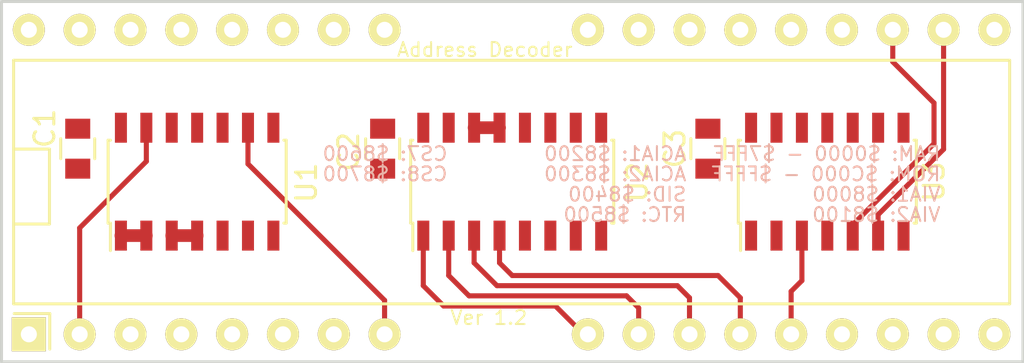
<source format=kicad_pcb>
(kicad_pcb (version 4) (host pcbnew 4.0.2-stable)

  (general
    (links 45)
    (no_connects 38)
    (area 128.956999 81.204999 180.161001 99.389001)
    (thickness 1.6)
    (drawings 16)
    (tracks 42)
    (zones 0)
    (modules 7)
    (nets 37)
  )

  (page A4)
  (layers
    (0 F.Cu signal)
    (1 In1.Cu signal hide)
    (2 In2.Cu signal hide)
    (31 B.Cu signal)
    (33 F.Adhes user)
    (35 F.Paste user)
    (36 B.SilkS user hide)
    (37 F.SilkS user)
    (38 B.Mask user)
    (39 F.Mask user)
    (40 Dwgs.User user)
    (41 Cmts.User user)
    (42 Eco1.User user)
    (43 Eco2.User user)
    (44 Edge.Cuts user)
    (45 Margin user)
    (47 F.CrtYd user)
    (49 F.Fab user)
  )

  (setup
    (last_trace_width 0.254)
    (user_trace_width 0.254)
    (user_trace_width 0.381)
    (user_trace_width 0.635)
    (user_trace_width 0.762)
    (user_trace_width 1.27)
    (trace_clearance 0.2)
    (zone_clearance 0.308)
    (zone_45_only no)
    (trace_min 0.2)
    (segment_width 0.2)
    (edge_width 0.15)
    (via_size 0.6)
    (via_drill 0.4)
    (via_min_size 0.4)
    (via_min_drill 0.3)
    (uvia_size 0.3)
    (uvia_drill 0.1)
    (uvias_allowed no)
    (uvia_min_size 0.2)
    (uvia_min_drill 0.1)
    (pcb_text_width 0.3)
    (pcb_text_size 1.5 1.5)
    (mod_edge_width 0.15)
    (mod_text_size 1 1)
    (mod_text_width 0.15)
    (pad_size 1.524 1.524)
    (pad_drill 0.762)
    (pad_to_mask_clearance 0.2)
    (aux_axis_origin 0 0)
    (visible_elements 7FFEFFFF)
    (pcbplotparams
      (layerselection 0x010f0_80000007)
      (usegerberextensions true)
      (excludeedgelayer true)
      (linewidth 0.100000)
      (plotframeref false)
      (viasonmask false)
      (mode 1)
      (useauxorigin false)
      (hpglpennumber 1)
      (hpglpenspeed 20)
      (hpglpendiameter 15)
      (hpglpenoverlay 2)
      (psnegative false)
      (psa4output false)
      (plotreference true)
      (plotvalue true)
      (plotinvisibletext false)
      (padsonsilk false)
      (subtractmaskfromsilk true)
      (outputformat 1)
      (mirror false)
      (drillshape 0)
      (scaleselection 1)
      (outputdirectory Gerbers/))
  )

  (net 0 "")
  (net 1 GND)
  (net 2 VCC)
  (net 3 "Net-(P1-Pad3)")
  (net 4 "Net-(P1-Pad4)")
  (net 5 "Net-(P1-Pad5)")
  (net 6 A8)
  (net 7 A9)
  (net 8 A10)
  (net 9 A13)
  (net 10 A14)
  (net 11 A15)
  (net 12 RW)
  (net 13 PHI2)
  (net 14 OE)
  (net 15 CS_VIA1)
  (net 16 CS_VIA2)
  (net 17 CS_ACIA1)
  (net 18 CS_ACIA2)
  (net 19 CS_SID)
  (net 20 CS_RTC)
  (net 21 CS7)
  (net 22 CS8)
  (net 23 WE)
  (net 24 ROM_CE)
  (net 25 "Net-(P1-Pad6)")
  (net 26 "Net-(P1-Pad7)")
  (net 27 A4)
  (net 28 A5)
  (net 29 A6)
  (net 30 A7)
  (net 31 A11)
  (net 32 A12)
  (net 33 RAM_CE)
  (net 34 CS_ROM)
  (net 35 IO_CE)
  (net 36 CS_RAM)

  (net_class Default "This is the default net class."
    (clearance 0.2)
    (trace_width 0.25)
    (via_dia 0.6)
    (via_drill 0.4)
    (uvia_dia 0.3)
    (uvia_drill 0.1)
    (add_net A10)
    (add_net A11)
    (add_net A12)
    (add_net A13)
    (add_net A14)
    (add_net A15)
    (add_net A4)
    (add_net A5)
    (add_net A6)
    (add_net A7)
    (add_net A8)
    (add_net A9)
    (add_net CS7)
    (add_net CS8)
    (add_net CS_ACIA1)
    (add_net CS_ACIA2)
    (add_net CS_RAM)
    (add_net CS_ROM)
    (add_net CS_RTC)
    (add_net CS_SID)
    (add_net CS_VIA1)
    (add_net CS_VIA2)
    (add_net GND)
    (add_net IO_CE)
    (add_net "Net-(P1-Pad3)")
    (add_net "Net-(P1-Pad4)")
    (add_net "Net-(P1-Pad5)")
    (add_net "Net-(P1-Pad6)")
    (add_net "Net-(P1-Pad7)")
    (add_net OE)
    (add_net PHI2)
    (add_net RAM_CE)
    (add_net ROM_CE)
    (add_net RW)
    (add_net VCC)
    (add_net WE)
  )

  (module decoder_footprint (layer F.Cu) (tedit 574B018E) (tstamp 573E3279)
    (at 130.429 97.917)
    (descr "Support TEXTOOL Dil 40 pins, pads ronds, e=600 mils")
    (tags DEV)
    (path /56E61EEE)
    (fp_text reference P1 (at 15.6464 -6.731) (layer F.SilkS) hide
      (effects (font (size 1 1) (thickness 0.15)))
    )
    (fp_text value CONN_02X20_DIP40 (at 24.1 -7.6) (layer F.Fab)
      (effects (font (size 1 1) (thickness 0.15)))
    )
    (fp_line (start 1.016 0.762) (end 1.016 -1.016) (layer F.SilkS) (width 0.15))
    (fp_line (start 1.016 -1.016) (end -0.762 -1.016) (layer F.SilkS) (width 0.15))
    (fp_line (start -0.75 -9.25) (end 1 -9.25) (layer F.SilkS) (width 0.15))
    (fp_line (start 1 -9.25) (end 1 -5.5) (layer F.SilkS) (width 0.15))
    (fp_line (start 1 -5.5) (end -0.75 -5.5) (layer F.SilkS) (width 0.15))
    (fp_line (start -0.792 -13.696) (end 48.992 -13.696) (layer F.SilkS) (width 0.15))
    (fp_line (start 48.992 -13.696) (end 48.992 -1.504) (layer F.SilkS) (width 0.15))
    (fp_line (start 48.992 -1.504) (end -0.792 -1.504) (layer F.SilkS) (width 0.15))
    (fp_line (start -0.792 -1.504) (end -0.792 -13.696) (layer F.SilkS) (width 0.15))
    (pad 1 thru_hole rect (at -0.03 0.02) (size 1.7 1.7) (drill 0.8) (layers *.Cu *.Mask F.SilkS)
      (net 2 VCC))
    (pad 2 thru_hole circle (at 2.51 0.02) (size 1.6 1.6) (drill 0.8) (layers *.Cu *.Mask F.SilkS)
      (net 13 PHI2))
    (pad 3 thru_hole circle (at 5.05 0.02) (size 1.6 1.6) (drill 0.8) (layers *.Cu *.Mask F.SilkS)
      (net 3 "Net-(P1-Pad3)"))
    (pad 4 thru_hole circle (at 7.59 0.02) (size 1.6 1.6) (drill 0.8) (layers *.Cu *.Mask F.SilkS)
      (net 4 "Net-(P1-Pad4)"))
    (pad 5 thru_hole circle (at 10.13 0.02) (size 1.6 1.6) (drill 0.8) (layers *.Cu *.Mask F.SilkS)
      (net 5 "Net-(P1-Pad5)"))
    (pad 6 thru_hole circle (at 12.67 0.02) (size 1.6 1.6) (drill 0.8) (layers *.Cu *.Mask F.SilkS)
      (net 25 "Net-(P1-Pad6)"))
    (pad 7 thru_hole circle (at 15.21 0.02) (size 1.6 1.6) (drill 0.8) (layers *.Cu *.Mask F.SilkS)
      (net 26 "Net-(P1-Pad7)"))
    (pad 8 thru_hole circle (at 17.75 0.02) (size 1.6 1.6) (drill 0.8) (layers *.Cu *.Mask F.SilkS)
      (net 12 RW))
    (pad 12 thru_hole circle (at 27.91 0.02) (size 1.6 1.6) (drill 0.8) (layers *.Cu *.Mask F.SilkS)
      (net 27 A4))
    (pad 13 thru_hole circle (at 30.45 0.02) (size 1.6 1.6) (drill 0.8) (layers *.Cu *.Mask F.SilkS)
      (net 28 A5))
    (pad 14 thru_hole circle (at 32.99 0.02) (size 1.6 1.6) (drill 0.8) (layers *.Cu *.Mask F.SilkS)
      (net 29 A6))
    (pad 15 thru_hole circle (at 35.53 0.02) (size 1.6 1.6) (drill 0.8) (layers *.Cu *.Mask F.SilkS)
      (net 30 A7))
    (pad 16 thru_hole circle (at 38.07 0.02) (size 1.6 1.6) (drill 0.8) (layers *.Cu *.Mask F.SilkS)
      (net 6 A8))
    (pad 17 thru_hole circle (at 40.61 0.02) (size 1.6 1.6) (drill 0.8) (layers *.Cu *.Mask F.SilkS)
      (net 7 A9))
    (pad 18 thru_hole circle (at 43.15 0.02) (size 1.6 1.6) (drill 0.8) (layers *.Cu *.Mask F.SilkS)
      (net 8 A10))
    (pad 19 thru_hole circle (at 45.69 0.02) (size 1.6 1.6) (drill 0.8) (layers *.Cu *.Mask F.SilkS)
      (net 31 A11))
    (pad 20 thru_hole circle (at 48.23 0.02) (size 1.6 1.6) (drill 0.8) (layers *.Cu *.Mask F.SilkS)
      (net 1 GND))
    (pad 21 thru_hole circle (at 48.23 -15.22) (size 1.6 1.6) (drill 0.8) (layers *.Cu *.Mask F.SilkS)
      (net 2 VCC))
    (pad 22 thru_hole circle (at 45.69 -15.22) (size 1.6 1.6) (drill 0.8) (layers *.Cu *.Mask F.SilkS)
      (net 32 A12))
    (pad 23 thru_hole circle (at 43.15 -15.22) (size 1.6 1.6) (drill 0.8) (layers *.Cu *.Mask F.SilkS)
      (net 9 A13))
    (pad 24 thru_hole circle (at 40.61 -15.22) (size 1.6 1.6) (drill 0.8) (layers *.Cu *.Mask F.SilkS)
      (net 10 A14))
    (pad 25 thru_hole circle (at 38.07 -15.22) (size 1.6 1.6) (drill 0.8) (layers *.Cu *.Mask F.SilkS)
      (net 11 A15))
    (pad 26 thru_hole circle (at 35.53 -15.22) (size 1.6 1.6) (drill 0.8) (layers *.Cu *.Mask F.SilkS)
      (net 33 RAM_CE))
    (pad 27 thru_hole circle (at 32.99 -15.22) (size 1.6 1.6) (drill 0.8) (layers *.Cu *.Mask F.SilkS)
      (net 24 ROM_CE))
    (pad 28 thru_hole circle (at 30.45 -15.22) (size 1.6 1.6) (drill 0.8) (layers *.Cu *.Mask F.SilkS)
      (net 23 WE))
    (pad 29 thru_hole circle (at 27.91 -15.22) (size 1.6 1.6) (drill 0.8) (layers *.Cu *.Mask F.SilkS)
      (net 14 OE))
    (pad 33 thru_hole circle (at 17.75 -15.22) (size 1.6 1.6) (drill 0.8) (layers *.Cu *.Mask F.SilkS)
      (net 17 CS_ACIA1))
    (pad 34 thru_hole circle (at 15.21 -15.22) (size 1.6 1.6) (drill 0.8) (layers *.Cu *.Mask F.SilkS)
      (net 18 CS_ACIA2))
    (pad 35 thru_hole circle (at 12.67 -15.22) (size 1.6 1.6) (drill 0.8) (layers *.Cu *.Mask F.SilkS)
      (net 15 CS_VIA1))
    (pad 36 thru_hole circle (at 10.13 -15.22) (size 1.6 1.6) (drill 0.8) (layers *.Cu *.Mask F.SilkS)
      (net 16 CS_VIA2))
    (pad 37 thru_hole circle (at 7.59 -15.22) (size 1.6 1.6) (drill 0.8) (layers *.Cu *.Mask F.SilkS)
      (net 19 CS_SID))
    (pad 38 thru_hole circle (at 5.05 -15.22) (size 1.6 1.6) (drill 0.8) (layers *.Cu *.Mask F.SilkS)
      (net 20 CS_RTC))
    (pad 39 thru_hole circle (at 2.51 -15.22) (size 1.6 1.6) (drill 0.8) (layers *.Cu *.Mask F.SilkS)
      (net 21 CS7))
    (pad 40 thru_hole circle (at -0.03 -15.22) (size 1.6 1.6) (drill 0.8) (layers *.Cu *.Mask F.SilkS)
      (net 22 CS8))
    (model Pin_Headers.3dshapes/Pin_Header_Straight_1x08.wrl
      (at (xyz 0.35 0.6 -0.06900000000000001))
      (scale (xyz 1 1 1))
      (rotate (xyz 180 0 0))
    )
    (model Pin_Headers.3dshapes/Pin_Header_Straight_1x08.wrl
      (at (xyz 0.35 0 -0.06900000000000001))
      (scale (xyz 1 1 1))
      (rotate (xyz 180 0 0))
    )
    (model Pin_Headers.3dshapes/Pin_Header_Straight_1x09.wrl
      (at (xyz 1.5 0.6 -0.06900000000000001))
      (scale (xyz 1 1 1))
      (rotate (xyz 180 0 0))
    )
    (model Pin_Headers.3dshapes/Pin_Header_Straight_1x09.wrl
      (at (xyz 1.5 0 -0.06900000000000001))
      (scale (xyz 1 1 1))
      (rotate (xyz 180 0 0))
    )
  )

  (module Capacitors_SMD:C_0805 (layer F.Cu) (tedit 574BCCA0) (tstamp 574A6456)
    (at 132.842 88.646 90)
    (descr "Capacitor SMD 0805, reflow soldering, AVX (see smccp.pdf)")
    (tags "capacitor 0805")
    (path /56E60E2C)
    (attr smd)
    (fp_text reference C1 (at 1.016 -1.651 90) (layer F.SilkS)
      (effects (font (size 1 1) (thickness 0.15)))
    )
    (fp_text value .1uf (at 0 2.1 90) (layer F.Fab)
      (effects (font (size 1 1) (thickness 0.15)))
    )
    (fp_line (start -1.8 -1) (end 1.8 -1) (layer F.CrtYd) (width 0.05))
    (fp_line (start -1.8 1) (end 1.8 1) (layer F.CrtYd) (width 0.05))
    (fp_line (start -1.8 -1) (end -1.8 1) (layer F.CrtYd) (width 0.05))
    (fp_line (start 1.8 -1) (end 1.8 1) (layer F.CrtYd) (width 0.05))
    (fp_line (start 0.5 -0.85) (end -0.5 -0.85) (layer F.SilkS) (width 0.15))
    (fp_line (start -0.5 0.85) (end 0.5 0.85) (layer F.SilkS) (width 0.15))
    (pad 1 smd rect (at -1 0 90) (size 1 1.25) (layers F.Cu F.Paste F.Mask)
      (net 1 GND))
    (pad 2 smd rect (at 1 0 90) (size 1 1.25) (layers F.Cu F.Paste F.Mask)
      (net 2 VCC))
    (model Capacitors_SMD.3dshapes/C_0805.wrl
      (at (xyz 0 0 0))
      (scale (xyz 1 1 1))
      (rotate (xyz 0 0 0))
    )
  )

  (module Capacitors_SMD:C_0805 (layer F.Cu) (tedit 574B026F) (tstamp 574A645C)
    (at 148.082 88.646 270)
    (descr "Capacitor SMD 0805, reflow soldering, AVX (see smccp.pdf)")
    (tags "capacitor 0805")
    (path /56E631A3)
    (attr smd)
    (fp_text reference C2 (at 0.1524 1.7018 270) (layer F.SilkS)
      (effects (font (size 1 1) (thickness 0.15)))
    )
    (fp_text value .1uf (at 0 2.1 270) (layer F.Fab)
      (effects (font (size 1 1) (thickness 0.15)))
    )
    (fp_line (start -1.8 -1) (end 1.8 -1) (layer F.CrtYd) (width 0.05))
    (fp_line (start -1.8 1) (end 1.8 1) (layer F.CrtYd) (width 0.05))
    (fp_line (start -1.8 -1) (end -1.8 1) (layer F.CrtYd) (width 0.05))
    (fp_line (start 1.8 -1) (end 1.8 1) (layer F.CrtYd) (width 0.05))
    (fp_line (start 0.5 -0.85) (end -0.5 -0.85) (layer F.SilkS) (width 0.15))
    (fp_line (start -0.5 0.85) (end 0.5 0.85) (layer F.SilkS) (width 0.15))
    (pad 1 smd rect (at -1 0 270) (size 1 1.25) (layers F.Cu F.Paste F.Mask)
      (net 2 VCC))
    (pad 2 smd rect (at 1 0 270) (size 1 1.25) (layers F.Cu F.Paste F.Mask)
      (net 1 GND))
    (model Capacitors_SMD.3dshapes/C_0805.wrl
      (at (xyz 0 0 0))
      (scale (xyz 1 1 1))
      (rotate (xyz 0 0 0))
    )
  )

  (module Capacitors_SMD:C_0805 (layer F.Cu) (tedit 574BCD2F) (tstamp 574A6462)
    (at 164.338 88.646 90)
    (descr "Capacitor SMD 0805, reflow soldering, AVX (see smccp.pdf)")
    (tags "capacitor 0805")
    (path /574A6E38)
    (attr smd)
    (fp_text reference C3 (at 0 -1.651 90) (layer F.SilkS)
      (effects (font (size 1 1) (thickness 0.15)))
    )
    (fp_text value .1uf (at 0 2.1 90) (layer F.Fab)
      (effects (font (size 1 1) (thickness 0.15)))
    )
    (fp_line (start -1.8 -1) (end 1.8 -1) (layer F.CrtYd) (width 0.05))
    (fp_line (start -1.8 1) (end 1.8 1) (layer F.CrtYd) (width 0.05))
    (fp_line (start -1.8 -1) (end -1.8 1) (layer F.CrtYd) (width 0.05))
    (fp_line (start 1.8 -1) (end 1.8 1) (layer F.CrtYd) (width 0.05))
    (fp_line (start 0.5 -0.85) (end -0.5 -0.85) (layer F.SilkS) (width 0.15))
    (fp_line (start -0.5 0.85) (end 0.5 0.85) (layer F.SilkS) (width 0.15))
    (pad 1 smd rect (at -1 0 90) (size 1 1.25) (layers F.Cu F.Paste F.Mask)
      (net 1 GND))
    (pad 2 smd rect (at 1 0 90) (size 1 1.25) (layers F.Cu F.Paste F.Mask)
      (net 2 VCC))
    (model Capacitors_SMD.3dshapes/C_0805.wrl
      (at (xyz 0 0 0))
      (scale (xyz 1 1 1))
      (rotate (xyz 0 0 0))
    )
  )

  (module Housings_SOIC:SOIC-14_3.9x8.7mm_Pitch1.27mm (layer F.Cu) (tedit 574B022B) (tstamp 574AF7EF)
    (at 138.811 90.297 90)
    (descr "14-Lead Plastic Small Outline (SL) - Narrow, 3.90 mm Body [SOIC] (see Microchip Packaging Specification 00000049BS.pdf)")
    (tags "SOIC 1.27")
    (path /56E5DDF2)
    (attr smd)
    (fp_text reference U1 (at -0.0508 5.461 90) (layer F.SilkS)
      (effects (font (size 1 1) (thickness 0.15)))
    )
    (fp_text value 74LS00 (at 0 5.375 90) (layer F.Fab)
      (effects (font (size 1 1) (thickness 0.15)))
    )
    (fp_line (start -3.7 -4.65) (end -3.7 4.65) (layer F.CrtYd) (width 0.05))
    (fp_line (start 3.7 -4.65) (end 3.7 4.65) (layer F.CrtYd) (width 0.05))
    (fp_line (start -3.7 -4.65) (end 3.7 -4.65) (layer F.CrtYd) (width 0.05))
    (fp_line (start -3.7 4.65) (end 3.7 4.65) (layer F.CrtYd) (width 0.05))
    (fp_line (start -2.075 -4.45) (end -2.075 -4.335) (layer F.SilkS) (width 0.15))
    (fp_line (start 2.075 -4.45) (end 2.075 -4.335) (layer F.SilkS) (width 0.15))
    (fp_line (start 2.075 4.45) (end 2.075 4.335) (layer F.SilkS) (width 0.15))
    (fp_line (start -2.075 4.45) (end -2.075 4.335) (layer F.SilkS) (width 0.15))
    (fp_line (start -2.075 -4.45) (end 2.075 -4.45) (layer F.SilkS) (width 0.15))
    (fp_line (start -2.075 4.45) (end 2.075 4.45) (layer F.SilkS) (width 0.15))
    (fp_line (start -2.075 -4.335) (end -3.45 -4.335) (layer F.SilkS) (width 0.15))
    (pad 1 smd rect (at -2.7 -3.81 90) (size 1.5 0.6) (layers F.Cu F.Paste F.Mask)
      (net 11 A15))
    (pad 2 smd rect (at -2.7 -2.54 90) (size 1.5 0.6) (layers F.Cu F.Paste F.Mask)
      (net 11 A15))
    (pad 3 smd rect (at -2.7 -1.27 90) (size 1.5 0.6) (layers F.Cu F.Paste F.Mask)
      (net 34 CS_ROM))
    (pad 4 smd rect (at -2.7 0 90) (size 1.5 0.6) (layers F.Cu F.Paste F.Mask)
      (net 34 CS_ROM))
    (pad 5 smd rect (at -2.7 1.27 90) (size 1.5 0.6) (layers F.Cu F.Paste F.Mask)
      (net 35 IO_CE))
    (pad 6 smd rect (at -2.7 2.54 90) (size 1.5 0.6) (layers F.Cu F.Paste F.Mask)
      (net 36 CS_RAM))
    (pad 7 smd rect (at -2.7 3.81 90) (size 1.5 0.6) (layers F.Cu F.Paste F.Mask)
      (net 1 GND))
    (pad 8 smd rect (at 2.7 3.81 90) (size 1.5 0.6) (layers F.Cu F.Paste F.Mask)
      (net 14 OE))
    (pad 9 smd rect (at 2.7 2.54 90) (size 1.5 0.6) (layers F.Cu F.Paste F.Mask)
      (net 12 RW))
    (pad 10 smd rect (at 2.7 1.27 90) (size 1.5 0.6) (layers F.Cu F.Paste F.Mask)
      (net 12 RW))
    (pad 11 smd rect (at 2.7 0 90) (size 1.5 0.6) (layers F.Cu F.Paste F.Mask)
      (net 23 WE))
    (pad 12 smd rect (at 2.7 -1.27 90) (size 1.5 0.6) (layers F.Cu F.Paste F.Mask)
      (net 14 OE))
    (pad 13 smd rect (at 2.7 -2.54 90) (size 1.5 0.6) (layers F.Cu F.Paste F.Mask)
      (net 13 PHI2))
    (pad 14 smd rect (at 2.7 -3.81 90) (size 1.5 0.6) (layers F.Cu F.Paste F.Mask)
      (net 2 VCC))
    (model Housings_SOIC.3dshapes/SOIC-14_3.9x8.7mm_Pitch1.27mm.wrl
      (at (xyz 0 0 0))
      (scale (xyz 1 1 1))
      (rotate (xyz 0 0 0))
    )
  )

  (module Housings_SOIC:SOIC-16_3.9x9.9mm_Pitch1.27mm (layer F.Cu) (tedit 574B024A) (tstamp 574AF803)
    (at 154.559 90.297 90)
    (descr "16-Lead Plastic Small Outline (SL) - Narrow, 3.90 mm Body [SOIC] (see Microchip Packaging Specification 00000049BS.pdf)")
    (tags "SOIC 1.27")
    (path /56E5FBCE)
    (attr smd)
    (fp_text reference U2 (at -0.0254 6.2484 90) (layer F.SilkS)
      (effects (font (size 1 1) (thickness 0.15)))
    )
    (fp_text value 74LS138N (at 0 6 90) (layer F.Fab)
      (effects (font (size 1 1) (thickness 0.15)))
    )
    (fp_line (start -3.7 -5.25) (end -3.7 5.25) (layer F.CrtYd) (width 0.05))
    (fp_line (start 3.7 -5.25) (end 3.7 5.25) (layer F.CrtYd) (width 0.05))
    (fp_line (start -3.7 -5.25) (end 3.7 -5.25) (layer F.CrtYd) (width 0.05))
    (fp_line (start -3.7 5.25) (end 3.7 5.25) (layer F.CrtYd) (width 0.05))
    (fp_line (start -2.075 -5.075) (end -2.075 -4.97) (layer F.SilkS) (width 0.15))
    (fp_line (start 2.075 -5.075) (end 2.075 -4.97) (layer F.SilkS) (width 0.15))
    (fp_line (start 2.075 5.075) (end 2.075 4.97) (layer F.SilkS) (width 0.15))
    (fp_line (start -2.075 5.075) (end -2.075 4.97) (layer F.SilkS) (width 0.15))
    (fp_line (start -2.075 -5.075) (end 2.075 -5.075) (layer F.SilkS) (width 0.15))
    (fp_line (start -2.075 5.075) (end 2.075 5.075) (layer F.SilkS) (width 0.15))
    (fp_line (start -2.075 -4.97) (end -3.45 -4.97) (layer F.SilkS) (width 0.15))
    (pad 1 smd rect (at -2.7 -4.445 90) (size 1.5 0.6) (layers F.Cu F.Paste F.Mask)
      (net 27 A4))
    (pad 2 smd rect (at -2.7 -3.175 90) (size 1.5 0.6) (layers F.Cu F.Paste F.Mask)
      (net 28 A5))
    (pad 3 smd rect (at -2.7 -1.905 90) (size 1.5 0.6) (layers F.Cu F.Paste F.Mask)
      (net 29 A6))
    (pad 4 smd rect (at -2.7 -0.635 90) (size 1.5 0.6) (layers F.Cu F.Paste F.Mask)
      (net 30 A7))
    (pad 5 smd rect (at -2.7 0.635 90) (size 1.5 0.6) (layers F.Cu F.Paste F.Mask)
      (net 35 IO_CE))
    (pad 6 smd rect (at -2.7 1.905 90) (size 1.5 0.6) (layers F.Cu F.Paste F.Mask)
      (net 2 VCC))
    (pad 7 smd rect (at -2.7 3.175 90) (size 1.5 0.6) (layers F.Cu F.Paste F.Mask)
      (net 17 CS_ACIA1))
    (pad 8 smd rect (at -2.7 4.445 90) (size 1.5 0.6) (layers F.Cu F.Paste F.Mask)
      (net 1 GND))
    (pad 9 smd rect (at 2.7 4.445 90) (size 1.5 0.6) (layers F.Cu F.Paste F.Mask)
      (net 18 CS_ACIA2))
    (pad 10 smd rect (at 2.7 3.175 90) (size 1.5 0.6) (layers F.Cu F.Paste F.Mask)
      (net 15 CS_VIA1))
    (pad 11 smd rect (at 2.7 1.905 90) (size 1.5 0.6) (layers F.Cu F.Paste F.Mask)
      (net 16 CS_VIA2))
    (pad 12 smd rect (at 2.7 0.635 90) (size 1.5 0.6) (layers F.Cu F.Paste F.Mask)
      (net 20 CS_RTC))
    (pad 13 smd rect (at 2.7 -0.635 90) (size 1.5 0.6) (layers F.Cu F.Paste F.Mask)
      (net 19 CS_SID))
    (pad 14 smd rect (at 2.7 -1.905 90) (size 1.5 0.6) (layers F.Cu F.Paste F.Mask)
      (net 19 CS_SID))
    (pad 15 smd rect (at 2.7 -3.175 90) (size 1.5 0.6) (layers F.Cu F.Paste F.Mask)
      (net 22 CS8))
    (pad 16 smd rect (at 2.7 -4.445 90) (size 1.5 0.6) (layers F.Cu F.Paste F.Mask)
      (net 2 VCC))
    (model Housings_SOIC.3dshapes/SOIC-16_3.9x9.9mm_Pitch1.27mm.wrl
      (at (xyz 0 0 0))
      (scale (xyz 1 1 1))
      (rotate (xyz 0 0 0))
    )
  )

  (module Housings_SOIC:SOIC-14_3.9x8.7mm_Pitch1.27mm (layer F.Cu) (tedit 574B027C) (tstamp 574AF815)
    (at 170.307 90.297 90)
    (descr "14-Lead Plastic Small Outline (SL) - Narrow, 3.90 mm Body [SOIC] (see Microchip Packaging Specification 00000049BS.pdf)")
    (tags "SOIC 1.27")
    (path /574905F6)
    (attr smd)
    (fp_text reference U3 (at 0 5.334 90) (layer F.SilkS)
      (effects (font (size 1 1) (thickness 0.15)))
    )
    (fp_text value 74LS30 (at 0 5.375 90) (layer F.Fab)
      (effects (font (size 1 1) (thickness 0.15)))
    )
    (fp_line (start -3.7 -4.65) (end -3.7 4.65) (layer F.CrtYd) (width 0.05))
    (fp_line (start 3.7 -4.65) (end 3.7 4.65) (layer F.CrtYd) (width 0.05))
    (fp_line (start -3.7 -4.65) (end 3.7 -4.65) (layer F.CrtYd) (width 0.05))
    (fp_line (start -3.7 4.65) (end 3.7 4.65) (layer F.CrtYd) (width 0.05))
    (fp_line (start -2.075 -4.45) (end -2.075 -4.335) (layer F.SilkS) (width 0.15))
    (fp_line (start 2.075 -4.45) (end 2.075 -4.335) (layer F.SilkS) (width 0.15))
    (fp_line (start 2.075 4.45) (end 2.075 4.335) (layer F.SilkS) (width 0.15))
    (fp_line (start -2.075 4.45) (end -2.075 4.335) (layer F.SilkS) (width 0.15))
    (fp_line (start -2.075 -4.45) (end 2.075 -4.45) (layer F.SilkS) (width 0.15))
    (fp_line (start -2.075 4.45) (end 2.075 4.45) (layer F.SilkS) (width 0.15))
    (fp_line (start -2.075 -4.335) (end -3.45 -4.335) (layer F.SilkS) (width 0.15))
    (pad 1 smd rect (at -2.7 -3.81 90) (size 1.5 0.6) (layers F.Cu F.Paste F.Mask)
      (net 34 CS_ROM))
    (pad 2 smd rect (at -2.7 -2.54 90) (size 1.5 0.6) (layers F.Cu F.Paste F.Mask)
      (net 31 A11))
    (pad 3 smd rect (at -2.7 -1.27 90) (size 1.5 0.6) (layers F.Cu F.Paste F.Mask)
      (net 6 A8))
    (pad 4 smd rect (at -2.7 0 90) (size 1.5 0.6) (layers F.Cu F.Paste F.Mask)
      (net 10 A14))
    (pad 5 smd rect (at -2.7 1.27 90) (size 1.5 0.6) (layers F.Cu F.Paste F.Mask)
      (net 9 A13))
    (pad 6 smd rect (at -2.7 2.54 90) (size 1.5 0.6) (layers F.Cu F.Paste F.Mask)
      (net 32 A12))
    (pad 7 smd rect (at -2.7 3.81 90) (size 1.5 0.6) (layers F.Cu F.Paste F.Mask)
      (net 1 GND))
    (pad 8 smd rect (at 2.7 3.81 90) (size 1.5 0.6) (layers F.Cu F.Paste F.Mask)
      (net 35 IO_CE))
    (pad 9 smd rect (at 2.7 2.54 90) (size 1.5 0.6) (layers F.Cu F.Paste F.Mask))
    (pad 10 smd rect (at 2.7 1.27 90) (size 1.5 0.6) (layers F.Cu F.Paste F.Mask))
    (pad 11 smd rect (at 2.7 0 90) (size 1.5 0.6) (layers F.Cu F.Paste F.Mask)
      (net 7 A9))
    (pad 12 smd rect (at 2.7 -1.27 90) (size 1.5 0.6) (layers F.Cu F.Paste F.Mask)
      (net 8 A10))
    (pad 13 smd rect (at 2.7 -2.54 90) (size 1.5 0.6) (layers F.Cu F.Paste F.Mask))
    (pad 14 smd rect (at 2.7 -3.81 90) (size 1.5 0.6) (layers F.Cu F.Paste F.Mask)
      (net 2 VCC))
    (model Housings_SOIC.3dshapes/SOIC-14_3.9x8.7mm_Pitch1.27mm.wrl
      (at (xyz 0 0 0))
      (scale (xyz 1 1 1))
      (rotate (xyz 0 0 0))
    )
  )

  (gr_text "Ver 1.2" (at 153.3906 97.1042) (layer F.SilkS)
    (effects (font (size 0.7 0.7) (thickness 0.1)))
  )
  (gr_text "Address Decoder" (at 153.1874 83.693) (layer F.SilkS)
    (effects (font (size 0.7 0.7) (thickness 0.1)))
  )
  (gr_text "CS8: $8700" (at 151.384 89.916) (layer B.SilkS)
    (effects (font (size 0.7 0.7) (thickness 0.1)) (justify left mirror))
  )
  (gr_text "CS7: $8600" (at 151.384 88.9) (layer B.SilkS)
    (effects (font (size 0.7 0.7) (thickness 0.1)) (justify left mirror))
  )
  (gr_text "RTC: $8500" (at 163.322 91.948) (layer B.SilkS)
    (effects (font (size 0.7 0.7) (thickness 0.1)) (justify left mirror))
  )
  (gr_text "SID: $8400" (at 163.322 90.932) (layer B.SilkS)
    (effects (font (size 0.7 0.7) (thickness 0.1)) (justify left mirror))
  )
  (gr_text "ACIA2: $8300" (at 163.322 89.916) (layer B.SilkS)
    (effects (font (size 0.7 0.7) (thickness 0.1)) (justify left mirror))
  )
  (gr_text "ACIA1: $8200" (at 163.322 88.9) (layer B.SilkS)
    (effects (font (size 0.7 0.7) (thickness 0.1)) (justify left mirror))
  )
  (gr_text "VIA2: $8100" (at 176.022 91.948) (layer B.SilkS)
    (effects (font (size 0.7 0.7) (thickness 0.1)) (justify left mirror))
  )
  (gr_text "VIA1: $8000" (at 176.022 90.932) (layer B.SilkS)
    (effects (font (size 0.7 0.7) (thickness 0.1)) (justify left mirror))
  )
  (gr_text "ROM: $C000 - $FFFF" (at 176.022 89.916) (layer B.SilkS)
    (effects (font (size 0.7 0.7) (thickness 0.1)) (justify left mirror))
  )
  (gr_text "RAM: $0000 - $7FFF\n" (at 176.022 88.9) (layer B.SilkS)
    (effects (font (size 0.7 0.7) (thickness 0.1)) (justify left mirror))
  )
  (gr_line (start 129.032 99.314) (end 129.032 81.28) (angle 90) (layer Edge.Cuts) (width 0.15))
  (gr_line (start 180.086 99.314) (end 129.032 99.314) (angle 90) (layer Edge.Cuts) (width 0.15))
  (gr_line (start 180.086 81.28) (end 180.086 99.314) (angle 90) (layer Edge.Cuts) (width 0.15))
  (gr_line (start 129.032 81.28) (end 180.086 81.28) (angle 90) (layer Edge.Cuts) (width 0.15))

  (segment (start 169.037 95.25) (end 168.499 95.788) (width 0.254) (layer F.Cu) (net 6))
  (segment (start 168.499 95.788) (end 168.499 97.937) (width 0.254) (layer F.Cu) (net 6))
  (segment (start 169.037 92.997) (end 169.037 95.25) (width 0.254) (layer F.Cu) (net 6))
  (segment (start 175.641 86.36) (end 173.579 84.298) (width 0.254) (layer F.Cu) (net 9))
  (segment (start 173.579 84.298) (end 173.579 82.697) (width 0.254) (layer F.Cu) (net 9))
  (segment (start 175.641 88.392) (end 175.641 86.36) (width 0.254) (layer F.Cu) (net 9))
  (segment (start 171.577 92.456) (end 175.641 88.392) (width 0.254) (layer F.Cu) (net 9))
  (segment (start 171.577 92.997) (end 171.577 92.456) (width 0.254) (layer F.Cu) (net 9))
  (segment (start 135.001 92.997) (end 136.271 92.997) (width 0.635) (layer F.Cu) (net 11) (status C00000))
  (segment (start 141.351 87.597) (end 141.351 89.408) (width 0.254) (layer F.Cu) (net 12) (status 400000))
  (segment (start 148.179 96.236) (end 148.179 97.937) (width 0.254) (layer F.Cu) (net 12) (tstamp 574BD22E) (status 800000))
  (segment (start 141.351 89.408) (end 148.179 96.236) (width 0.254) (layer F.Cu) (net 12) (tstamp 574BD220))
  (segment (start 132.939 97.937) (end 132.939 92.613) (width 0.254) (layer F.Cu) (net 13) (status 400000))
  (segment (start 136.271 89.281) (end 136.271 87.597) (width 0.254) (layer F.Cu) (net 13) (tstamp 574BD1ED) (status 800000))
  (segment (start 132.939 92.613) (end 136.271 89.281) (width 0.254) (layer F.Cu) (net 13) (tstamp 574BD1DF))
  (segment (start 132.939 97.937) (end 132.939 97.312) (width 0.254) (layer B.Cu) (net 13))
  (segment (start 140.559 82.697) (end 140.442 82.697) (width 0.254) (layer B.Cu) (net 16))
  (segment (start 152.654 87.597) (end 153.924 87.597) (width 0.635) (layer F.Cu) (net 19) (status C00000))
  (segment (start 158.339 97.937) (end 158.135 97.937) (width 0.254) (layer F.Cu) (net 27) (status C00000))
  (segment (start 158.135 97.937) (end 156.718 96.52) (width 0.254) (layer F.Cu) (net 27) (tstamp 574BD2E3) (status 400000))
  (segment (start 156.718 96.52) (end 151.13 96.52) (width 0.254) (layer F.Cu) (net 27) (tstamp 574BD2E7))
  (segment (start 151.13 96.52) (end 150.114 95.504) (width 0.254) (layer F.Cu) (net 27) (tstamp 574BD2F0))
  (segment (start 150.114 95.504) (end 150.114 92.997) (width 0.254) (layer F.Cu) (net 27) (tstamp 574BD2F6) (status 800000))
  (segment (start 160.274 96.012) (end 160.879 96.617) (width 0.254) (layer F.Cu) (net 28))
  (segment (start 160.879 96.617) (end 160.879 97.937) (width 0.254) (layer F.Cu) (net 28))
  (segment (start 152.4 96.012) (end 160.274 96.012) (width 0.254) (layer F.Cu) (net 28))
  (segment (start 151.384 94.996) (end 152.4 96.012) (width 0.254) (layer F.Cu) (net 28))
  (segment (start 151.384 92.997) (end 151.384 94.996) (width 0.254) (layer F.Cu) (net 28))
  (segment (start 162.814 95.504) (end 163.419 96.109) (width 0.254) (layer F.Cu) (net 29))
  (segment (start 163.419 96.109) (end 163.419 97.937) (width 0.254) (layer F.Cu) (net 29))
  (segment (start 153.797 95.504) (end 162.814 95.504) (width 0.254) (layer F.Cu) (net 29))
  (segment (start 152.654 94.361) (end 153.797 95.504) (width 0.254) (layer F.Cu) (net 29))
  (segment (start 152.654 92.997) (end 152.654 94.361) (width 0.254) (layer F.Cu) (net 29))
  (segment (start 164.846 94.996) (end 165.959 96.109) (width 0.254) (layer F.Cu) (net 30))
  (segment (start 165.959 96.109) (end 165.959 97.937) (width 0.254) (layer F.Cu) (net 30))
  (segment (start 154.559 94.996) (end 164.846 94.996) (width 0.254) (layer F.Cu) (net 30))
  (segment (start 153.924 94.361) (end 154.559 94.996) (width 0.254) (layer F.Cu) (net 30))
  (segment (start 153.924 92.997) (end 153.924 94.361) (width 0.254) (layer F.Cu) (net 30))
  (segment (start 172.847 91.948) (end 176.119 88.676) (width 0.254) (layer F.Cu) (net 32))
  (segment (start 176.119 88.676) (end 176.119 82.697) (width 0.254) (layer F.Cu) (net 32))
  (segment (start 172.847 92.997) (end 172.847 91.948) (width 0.254) (layer F.Cu) (net 32))
  (segment (start 137.541 92.997) (end 138.811 92.997) (width 0.635) (layer F.Cu) (net 34) (status C00000))

  (zone (net 2) (net_name VCC) (layer In1.Cu) (tstamp 573DC769) (hatch edge 0.508)
    (connect_pads (clearance 0.308))
    (min_thickness 0.1)
    (fill yes (arc_segments 16) (thermal_gap 0.508) (thermal_bridge_width 0.508))
    (polygon
      (pts
        (xy 180.594 99.822) (xy 128.524 99.822) (xy 128.524 80.518) (xy 180.594 80.518) (xy 180.594 99.822)
      )
    )
    (filled_polygon
      (pts
        (xy 132.283902 81.714723) (xy 131.957867 82.040189) (xy 131.781201 82.465649) (xy 131.780799 82.92633) (xy 131.956723 83.352098)
        (xy 132.282189 83.678133) (xy 132.707649 83.854799) (xy 133.16833 83.855201) (xy 133.594098 83.679277) (xy 133.920133 83.353811)
        (xy 134.096799 82.928351) (xy 134.097201 82.46767) (xy 133.921277 82.041902) (xy 133.595811 81.715867) (xy 133.588906 81.713)
        (xy 134.828072 81.713) (xy 134.823902 81.714723) (xy 134.497867 82.040189) (xy 134.321201 82.465649) (xy 134.320799 82.92633)
        (xy 134.496723 83.352098) (xy 134.822189 83.678133) (xy 135.247649 83.854799) (xy 135.70833 83.855201) (xy 136.134098 83.679277)
        (xy 136.460133 83.353811) (xy 136.636799 82.928351) (xy 136.637201 82.46767) (xy 136.461277 82.041902) (xy 136.135811 81.715867)
        (xy 136.128906 81.713) (xy 137.368072 81.713) (xy 137.363902 81.714723) (xy 137.037867 82.040189) (xy 136.861201 82.465649)
        (xy 136.860799 82.92633) (xy 137.036723 83.352098) (xy 137.362189 83.678133) (xy 137.787649 83.854799) (xy 138.24833 83.855201)
        (xy 138.674098 83.679277) (xy 139.000133 83.353811) (xy 139.176799 82.928351) (xy 139.177201 82.46767) (xy 139.001277 82.041902)
        (xy 138.675811 81.715867) (xy 138.668906 81.713) (xy 139.908072 81.713) (xy 139.903902 81.714723) (xy 139.577867 82.040189)
        (xy 139.401201 82.465649) (xy 139.400799 82.92633) (xy 139.576723 83.352098) (xy 139.902189 83.678133) (xy 140.327649 83.854799)
        (xy 140.78833 83.855201) (xy 141.214098 83.679277) (xy 141.540133 83.353811) (xy 141.716799 82.928351) (xy 141.717201 82.46767)
        (xy 141.541277 82.041902) (xy 141.215811 81.715867) (xy 141.208906 81.713) (xy 142.448072 81.713) (xy 142.443902 81.714723)
        (xy 142.117867 82.040189) (xy 141.941201 82.465649) (xy 141.940799 82.92633) (xy 142.116723 83.352098) (xy 142.442189 83.678133)
        (xy 142.867649 83.854799) (xy 143.32833 83.855201) (xy 143.754098 83.679277) (xy 144.080133 83.353811) (xy 144.256799 82.928351)
        (xy 144.257201 82.46767) (xy 144.081277 82.041902) (xy 143.755811 81.715867) (xy 143.748906 81.713) (xy 144.988072 81.713)
        (xy 144.983902 81.714723) (xy 144.657867 82.040189) (xy 144.481201 82.465649) (xy 144.480799 82.92633) (xy 144.656723 83.352098)
        (xy 144.982189 83.678133) (xy 145.407649 83.854799) (xy 145.86833 83.855201) (xy 146.294098 83.679277) (xy 146.620133 83.353811)
        (xy 146.796799 82.928351) (xy 146.797201 82.46767) (xy 146.621277 82.041902) (xy 146.295811 81.715867) (xy 146.288906 81.713)
        (xy 147.528072 81.713) (xy 147.523902 81.714723) (xy 147.197867 82.040189) (xy 147.021201 82.465649) (xy 147.020799 82.92633)
        (xy 147.196723 83.352098) (xy 147.522189 83.678133) (xy 147.947649 83.854799) (xy 148.40833 83.855201) (xy 148.834098 83.679277)
        (xy 149.160133 83.353811) (xy 149.336799 82.928351) (xy 149.337201 82.46767) (xy 149.161277 82.041902) (xy 148.835811 81.715867)
        (xy 148.828906 81.713) (xy 157.688072 81.713) (xy 157.683902 81.714723) (xy 157.357867 82.040189) (xy 157.181201 82.465649)
        (xy 157.180799 82.92633) (xy 157.356723 83.352098) (xy 157.682189 83.678133) (xy 158.107649 83.854799) (xy 158.56833 83.855201)
        (xy 158.994098 83.679277) (xy 159.320133 83.353811) (xy 159.496799 82.928351) (xy 159.497201 82.46767) (xy 159.321277 82.041902)
        (xy 158.995811 81.715867) (xy 158.988906 81.713) (xy 160.228072 81.713) (xy 160.223902 81.714723) (xy 159.897867 82.040189)
        (xy 159.721201 82.465649) (xy 159.720799 82.92633) (xy 159.896723 83.352098) (xy 160.222189 83.678133) (xy 160.647649 83.854799)
        (xy 161.10833 83.855201) (xy 161.534098 83.679277) (xy 161.860133 83.353811) (xy 162.036799 82.928351) (xy 162.037201 82.46767)
        (xy 161.861277 82.041902) (xy 161.535811 81.715867) (xy 161.528906 81.713) (xy 162.768072 81.713) (xy 162.763902 81.714723)
        (xy 162.437867 82.040189) (xy 162.261201 82.465649) (xy 162.260799 82.92633) (xy 162.436723 83.352098) (xy 162.762189 83.678133)
        (xy 163.187649 83.854799) (xy 163.64833 83.855201) (xy 164.074098 83.679277) (xy 164.400133 83.353811) (xy 164.576799 82.928351)
        (xy 164.577201 82.46767) (xy 164.401277 82.041902) (xy 164.075811 81.715867) (xy 164.068906 81.713) (xy 165.308072 81.713)
        (xy 165.303902 81.714723) (xy 164.977867 82.040189) (xy 164.801201 82.465649) (xy 164.800799 82.92633) (xy 164.976723 83.352098)
        (xy 165.302189 83.678133) (xy 165.727649 83.854799) (xy 166.18833 83.855201) (xy 166.614098 83.679277) (xy 166.940133 83.353811)
        (xy 167.116799 82.928351) (xy 167.117201 82.46767) (xy 166.941277 82.041902) (xy 166.615811 81.715867) (xy 166.608906 81.713)
        (xy 167.848072 81.713) (xy 167.843902 81.714723) (xy 167.517867 82.040189) (xy 167.341201 82.465649) (xy 167.340799 82.92633)
        (xy 167.516723 83.352098) (xy 167.842189 83.678133) (xy 168.267649 83.854799) (xy 168.72833 83.855201) (xy 169.154098 83.679277)
        (xy 169.480133 83.353811) (xy 169.656799 82.928351) (xy 169.657201 82.46767) (xy 169.481277 82.041902) (xy 169.155811 81.715867)
        (xy 169.148906 81.713) (xy 170.388072 81.713) (xy 170.383902 81.714723) (xy 170.057867 82.040189) (xy 169.881201 82.465649)
        (xy 169.880799 82.92633) (xy 170.056723 83.352098) (xy 170.382189 83.678133) (xy 170.807649 83.854799) (xy 171.26833 83.855201)
        (xy 171.694098 83.679277) (xy 172.020133 83.353811) (xy 172.196799 82.928351) (xy 172.197201 82.46767) (xy 172.021277 82.041902)
        (xy 171.695811 81.715867) (xy 171.688906 81.713) (xy 172.928072 81.713) (xy 172.923902 81.714723) (xy 172.597867 82.040189)
        (xy 172.421201 82.465649) (xy 172.420799 82.92633) (xy 172.596723 83.352098) (xy 172.922189 83.678133) (xy 173.347649 83.854799)
        (xy 173.80833 83.855201) (xy 174.234098 83.679277) (xy 174.560133 83.353811) (xy 174.736799 82.928351) (xy 174.737201 82.46767)
        (xy 174.561277 82.041902) (xy 174.235811 81.715867) (xy 174.228906 81.713) (xy 175.468072 81.713) (xy 175.463902 81.714723)
        (xy 175.137867 82.040189) (xy 174.961201 82.465649) (xy 174.960799 82.92633) (xy 175.136723 83.352098) (xy 175.462189 83.678133)
        (xy 175.887649 83.854799) (xy 176.34833 83.855201) (xy 176.700289 83.709774) (xy 177.934725 83.709774) (xy 178.01907 83.924852)
        (xy 178.537661 84.076278) (xy 179.074724 84.017721) (xy 179.29893 83.924852) (xy 179.383275 83.709774) (xy 178.659 82.9855)
        (xy 177.934725 83.709774) (xy 176.700289 83.709774) (xy 176.774098 83.679277) (xy 177.100133 83.353811) (xy 177.276799 82.928351)
        (xy 177.277106 82.575661) (xy 177.279722 82.575661) (xy 177.338279 83.112724) (xy 177.431148 83.33693) (xy 177.646226 83.421275)
        (xy 178.3705 82.697) (xy 177.646226 81.972725) (xy 177.431148 82.05707) (xy 177.279722 82.575661) (xy 177.277106 82.575661)
        (xy 177.277201 82.46767) (xy 177.101277 82.041902) (xy 176.775811 81.715867) (xy 176.768906 81.713) (xy 177.963499 81.713)
        (xy 178.659 82.4085) (xy 179.354501 81.713) (xy 179.653 81.713) (xy 179.653 81.991499) (xy 178.9475 82.697)
        (xy 179.653 83.402501) (xy 179.653 97.310274) (xy 179.641277 97.281902) (xy 179.315811 96.955867) (xy 178.890351 96.779201)
        (xy 178.42967 96.778799) (xy 178.003902 96.954723) (xy 177.677867 97.280189) (xy 177.501201 97.705649) (xy 177.500799 98.16633)
        (xy 177.676723 98.592098) (xy 177.965121 98.881) (xy 176.812442 98.881) (xy 177.100133 98.593811) (xy 177.276799 98.168351)
        (xy 177.277201 97.70767) (xy 177.101277 97.281902) (xy 176.775811 96.955867) (xy 176.350351 96.779201) (xy 175.88967 96.778799)
        (xy 175.463902 96.954723) (xy 175.137867 97.280189) (xy 174.961201 97.705649) (xy 174.960799 98.16633) (xy 175.136723 98.592098)
        (xy 175.425121 98.881) (xy 174.272442 98.881) (xy 174.560133 98.593811) (xy 174.736799 98.168351) (xy 174.737201 97.70767)
        (xy 174.561277 97.281902) (xy 174.235811 96.955867) (xy 173.810351 96.779201) (xy 173.34967 96.778799) (xy 172.923902 96.954723)
        (xy 172.597867 97.280189) (xy 172.421201 97.705649) (xy 172.420799 98.16633) (xy 172.596723 98.592098) (xy 172.885121 98.881)
        (xy 171.732442 98.881) (xy 172.020133 98.593811) (xy 172.196799 98.168351) (xy 172.197201 97.70767) (xy 172.021277 97.281902)
        (xy 171.695811 96.955867) (xy 171.270351 96.779201) (xy 170.80967 96.778799) (xy 170.383902 96.954723) (xy 170.057867 97.280189)
        (xy 169.881201 97.705649) (xy 169.880799 98.16633) (xy 170.056723 98.592098) (xy 170.345121 98.881) (xy 169.192442 98.881)
        (xy 169.480133 98.593811) (xy 169.656799 98.168351) (xy 169.657201 97.70767) (xy 169.481277 97.281902) (xy 169.155811 96.955867)
        (xy 168.730351 96.779201) (xy 168.26967 96.778799) (xy 167.843902 96.954723) (xy 167.517867 97.280189) (xy 167.341201 97.705649)
        (xy 167.340799 98.16633) (xy 167.516723 98.592098) (xy 167.805121 98.881) (xy 166.652442 98.881) (xy 166.940133 98.593811)
        (xy 167.116799 98.168351) (xy 167.117201 97.70767) (xy 166.941277 97.281902) (xy 166.615811 96.955867) (xy 166.190351 96.779201)
        (xy 165.72967 96.778799) (xy 165.303902 96.954723) (xy 164.977867 97.280189) (xy 164.801201 97.705649) (xy 164.800799 98.16633)
        (xy 164.976723 98.592098) (xy 165.265121 98.881) (xy 164.112442 98.881) (xy 164.400133 98.593811) (xy 164.576799 98.168351)
        (xy 164.577201 97.70767) (xy 164.401277 97.281902) (xy 164.075811 96.955867) (xy 163.650351 96.779201) (xy 163.18967 96.778799)
        (xy 162.763902 96.954723) (xy 162.437867 97.280189) (xy 162.261201 97.705649) (xy 162.260799 98.16633) (xy 162.436723 98.592098)
        (xy 162.725121 98.881) (xy 161.572442 98.881) (xy 161.860133 98.593811) (xy 162.036799 98.168351) (xy 162.037201 97.70767)
        (xy 161.861277 97.281902) (xy 161.535811 96.955867) (xy 161.110351 96.779201) (xy 160.64967 96.778799) (xy 160.223902 96.954723)
        (xy 159.897867 97.280189) (xy 159.721201 97.705649) (xy 159.720799 98.16633) (xy 159.896723 98.592098) (xy 160.185121 98.881)
        (xy 159.032442 98.881) (xy 159.320133 98.593811) (xy 159.496799 98.168351) (xy 159.497201 97.70767) (xy 159.321277 97.281902)
        (xy 158.995811 96.955867) (xy 158.570351 96.779201) (xy 158.10967 96.778799) (xy 157.683902 96.954723) (xy 157.357867 97.280189)
        (xy 157.181201 97.705649) (xy 157.180799 98.16633) (xy 157.356723 98.592098) (xy 157.645121 98.881) (xy 148.872442 98.881)
        (xy 149.160133 98.593811) (xy 149.336799 98.168351) (xy 149.337201 97.70767) (xy 149.161277 97.281902) (xy 148.835811 96.955867)
        (xy 148.410351 96.779201) (xy 147.94967 96.778799) (xy 147.523902 96.954723) (xy 147.197867 97.280189) (xy 147.021201 97.705649)
        (xy 147.020799 98.16633) (xy 147.196723 98.592098) (xy 147.485121 98.881) (xy 146.332442 98.881) (xy 146.620133 98.593811)
        (xy 146.796799 98.168351) (xy 146.797201 97.70767) (xy 146.621277 97.281902) (xy 146.295811 96.955867) (xy 145.870351 96.779201)
        (xy 145.40967 96.778799) (xy 144.983902 96.954723) (xy 144.657867 97.280189) (xy 144.481201 97.705649) (xy 144.480799 98.16633)
        (xy 144.656723 98.592098) (xy 144.945121 98.881) (xy 143.792442 98.881) (xy 144.080133 98.593811) (xy 144.256799 98.168351)
        (xy 144.257201 97.70767) (xy 144.081277 97.281902) (xy 143.755811 96.955867) (xy 143.330351 96.779201) (xy 142.86967 96.778799)
        (xy 142.443902 96.954723) (xy 142.117867 97.280189) (xy 141.941201 97.705649) (xy 141.940799 98.16633) (xy 142.116723 98.592098)
        (xy 142.405121 98.881) (xy 141.252442 98.881) (xy 141.540133 98.593811) (xy 141.716799 98.168351) (xy 141.717201 97.70767)
        (xy 141.541277 97.281902) (xy 141.215811 96.955867) (xy 140.790351 96.779201) (xy 140.32967 96.778799) (xy 139.903902 96.954723)
        (xy 139.577867 97.280189) (xy 139.401201 97.705649) (xy 139.400799 98.16633) (xy 139.576723 98.592098) (xy 139.865121 98.881)
        (xy 138.712442 98.881) (xy 139.000133 98.593811) (xy 139.176799 98.168351) (xy 139.177201 97.70767) (xy 139.001277 97.281902)
        (xy 138.675811 96.955867) (xy 138.250351 96.779201) (xy 137.78967 96.778799) (xy 137.363902 96.954723) (xy 137.037867 97.280189)
        (xy 136.861201 97.705649) (xy 136.860799 98.16633) (xy 137.036723 98.592098) (xy 137.325121 98.881) (xy 136.172442 98.881)
        (xy 136.460133 98.593811) (xy 136.636799 98.168351) (xy 136.637201 97.70767) (xy 136.461277 97.281902) (xy 136.135811 96.955867)
        (xy 135.710351 96.779201) (xy 135.24967 96.778799) (xy 134.823902 96.954723) (xy 134.497867 97.280189) (xy 134.321201 97.705649)
        (xy 134.320799 98.16633) (xy 134.496723 98.592098) (xy 134.785121 98.881) (xy 133.632442 98.881) (xy 133.920133 98.593811)
        (xy 134.096799 98.168351) (xy 134.097201 97.70767) (xy 133.921277 97.281902) (xy 133.595811 96.955867) (xy 133.170351 96.779201)
        (xy 132.70967 96.778799) (xy 132.283902 96.954723) (xy 131.957867 97.280189) (xy 131.781201 97.705649) (xy 131.781177 97.732998)
        (xy 131.667502 97.732998) (xy 131.807 97.5935) (xy 131.807 96.976007) (xy 131.722049 96.770918) (xy 131.565082 96.61395)
        (xy 131.359993 96.529) (xy 130.7425 96.529) (xy 130.603 96.6685) (xy 130.603 97.733) (xy 130.623 97.733)
        (xy 130.623 98.141) (xy 130.603 98.141) (xy 130.603 98.161) (xy 130.195 98.161) (xy 130.195 98.141)
        (xy 130.175 98.141) (xy 130.175 97.733) (xy 130.195 97.733) (xy 130.195 96.6685) (xy 130.0555 96.529)
        (xy 129.465 96.529) (xy 129.465 83.400459) (xy 129.742189 83.678133) (xy 130.167649 83.854799) (xy 130.62833 83.855201)
        (xy 131.054098 83.679277) (xy 131.380133 83.353811) (xy 131.556799 82.928351) (xy 131.557201 82.46767) (xy 131.381277 82.041902)
        (xy 131.055811 81.715867) (xy 131.048906 81.713) (xy 132.288072 81.713)
      )
    )
  )
  (zone (net 1) (net_name GND) (layer In2.Cu) (tstamp 573DC7AC) (hatch edge 0.508)
    (connect_pads (clearance 0.308))
    (min_thickness 0.1)
    (fill yes (arc_segments 16) (thermal_gap 0.508) (thermal_bridge_width 0.508))
    (polygon
      (pts
        (xy 180.34 99.695) (xy 128.524 99.695) (xy 128.524 80.518) (xy 180.34 80.518) (xy 180.34 99.695)
      )
    )
    (filled_polygon
      (pts
        (xy 132.283902 81.714723) (xy 131.957867 82.040189) (xy 131.781201 82.465649) (xy 131.780799 82.92633) (xy 131.956723 83.352098)
        (xy 132.282189 83.678133) (xy 132.707649 83.854799) (xy 133.16833 83.855201) (xy 133.594098 83.679277) (xy 133.920133 83.353811)
        (xy 134.096799 82.928351) (xy 134.097201 82.46767) (xy 133.921277 82.041902) (xy 133.595811 81.715867) (xy 133.588906 81.713)
        (xy 134.828072 81.713) (xy 134.823902 81.714723) (xy 134.497867 82.040189) (xy 134.321201 82.465649) (xy 134.320799 82.92633)
        (xy 134.496723 83.352098) (xy 134.822189 83.678133) (xy 135.247649 83.854799) (xy 135.70833 83.855201) (xy 136.134098 83.679277)
        (xy 136.460133 83.353811) (xy 136.636799 82.928351) (xy 136.637201 82.46767) (xy 136.461277 82.041902) (xy 136.135811 81.715867)
        (xy 136.128906 81.713) (xy 137.368072 81.713) (xy 137.363902 81.714723) (xy 137.037867 82.040189) (xy 136.861201 82.465649)
        (xy 136.860799 82.92633) (xy 137.036723 83.352098) (xy 137.362189 83.678133) (xy 137.787649 83.854799) (xy 138.24833 83.855201)
        (xy 138.674098 83.679277) (xy 139.000133 83.353811) (xy 139.176799 82.928351) (xy 139.177201 82.46767) (xy 139.001277 82.041902)
        (xy 138.675811 81.715867) (xy 138.668906 81.713) (xy 139.908072 81.713) (xy 139.903902 81.714723) (xy 139.577867 82.040189)
        (xy 139.401201 82.465649) (xy 139.400799 82.92633) (xy 139.576723 83.352098) (xy 139.902189 83.678133) (xy 140.327649 83.854799)
        (xy 140.78833 83.855201) (xy 141.214098 83.679277) (xy 141.540133 83.353811) (xy 141.716799 82.928351) (xy 141.717201 82.46767)
        (xy 141.541277 82.041902) (xy 141.215811 81.715867) (xy 141.208906 81.713) (xy 142.448072 81.713) (xy 142.443902 81.714723)
        (xy 142.117867 82.040189) (xy 141.941201 82.465649) (xy 141.940799 82.92633) (xy 142.116723 83.352098) (xy 142.442189 83.678133)
        (xy 142.867649 83.854799) (xy 143.32833 83.855201) (xy 143.754098 83.679277) (xy 144.080133 83.353811) (xy 144.256799 82.928351)
        (xy 144.257201 82.46767) (xy 144.081277 82.041902) (xy 143.755811 81.715867) (xy 143.748906 81.713) (xy 144.988072 81.713)
        (xy 144.983902 81.714723) (xy 144.657867 82.040189) (xy 144.481201 82.465649) (xy 144.480799 82.92633) (xy 144.656723 83.352098)
        (xy 144.982189 83.678133) (xy 145.407649 83.854799) (xy 145.86833 83.855201) (xy 146.294098 83.679277) (xy 146.620133 83.353811)
        (xy 146.796799 82.928351) (xy 146.797201 82.46767) (xy 146.621277 82.041902) (xy 146.295811 81.715867) (xy 146.288906 81.713)
        (xy 147.528072 81.713) (xy 147.523902 81.714723) (xy 147.197867 82.040189) (xy 147.021201 82.465649) (xy 147.020799 82.92633)
        (xy 147.196723 83.352098) (xy 147.522189 83.678133) (xy 147.947649 83.854799) (xy 148.40833 83.855201) (xy 148.834098 83.679277)
        (xy 149.160133 83.353811) (xy 149.336799 82.928351) (xy 149.337201 82.46767) (xy 149.161277 82.041902) (xy 148.835811 81.715867)
        (xy 148.828906 81.713) (xy 157.688072 81.713) (xy 157.683902 81.714723) (xy 157.357867 82.040189) (xy 157.181201 82.465649)
        (xy 157.180799 82.92633) (xy 157.356723 83.352098) (xy 157.682189 83.678133) (xy 158.107649 83.854799) (xy 158.56833 83.855201)
        (xy 158.994098 83.679277) (xy 159.320133 83.353811) (xy 159.496799 82.928351) (xy 159.497201 82.46767) (xy 159.321277 82.041902)
        (xy 158.995811 81.715867) (xy 158.988906 81.713) (xy 160.228072 81.713) (xy 160.223902 81.714723) (xy 159.897867 82.040189)
        (xy 159.721201 82.465649) (xy 159.720799 82.92633) (xy 159.896723 83.352098) (xy 160.222189 83.678133) (xy 160.647649 83.854799)
        (xy 161.10833 83.855201) (xy 161.534098 83.679277) (xy 161.860133 83.353811) (xy 162.036799 82.928351) (xy 162.037201 82.46767)
        (xy 161.861277 82.041902) (xy 161.535811 81.715867) (xy 161.528906 81.713) (xy 162.768072 81.713) (xy 162.763902 81.714723)
        (xy 162.437867 82.040189) (xy 162.261201 82.465649) (xy 162.260799 82.92633) (xy 162.436723 83.352098) (xy 162.762189 83.678133)
        (xy 163.187649 83.854799) (xy 163.64833 83.855201) (xy 164.074098 83.679277) (xy 164.400133 83.353811) (xy 164.576799 82.928351)
        (xy 164.577201 82.46767) (xy 164.401277 82.041902) (xy 164.075811 81.715867) (xy 164.068906 81.713) (xy 165.308072 81.713)
        (xy 165.303902 81.714723) (xy 164.977867 82.040189) (xy 164.801201 82.465649) (xy 164.800799 82.92633) (xy 164.976723 83.352098)
        (xy 165.302189 83.678133) (xy 165.727649 83.854799) (xy 166.18833 83.855201) (xy 166.614098 83.679277) (xy 166.940133 83.353811)
        (xy 167.116799 82.928351) (xy 167.117201 82.46767) (xy 166.941277 82.041902) (xy 166.615811 81.715867) (xy 166.608906 81.713)
        (xy 167.848072 81.713) (xy 167.843902 81.714723) (xy 167.517867 82.040189) (xy 167.341201 82.465649) (xy 167.340799 82.92633)
        (xy 167.516723 83.352098) (xy 167.842189 83.678133) (xy 168.267649 83.854799) (xy 168.72833 83.855201) (xy 169.154098 83.679277)
        (xy 169.480133 83.353811) (xy 169.656799 82.928351) (xy 169.657201 82.46767) (xy 169.481277 82.041902) (xy 169.155811 81.715867)
        (xy 169.148906 81.713) (xy 170.388072 81.713) (xy 170.383902 81.714723) (xy 170.057867 82.040189) (xy 169.881201 82.465649)
        (xy 169.880799 82.92633) (xy 170.056723 83.352098) (xy 170.382189 83.678133) (xy 170.807649 83.854799) (xy 171.26833 83.855201)
        (xy 171.694098 83.679277) (xy 172.020133 83.353811) (xy 172.196799 82.928351) (xy 172.197201 82.46767) (xy 172.021277 82.041902)
        (xy 171.695811 81.715867) (xy 171.688906 81.713) (xy 172.928072 81.713) (xy 172.923902 81.714723) (xy 172.597867 82.040189)
        (xy 172.421201 82.465649) (xy 172.420799 82.92633) (xy 172.596723 83.352098) (xy 172.922189 83.678133) (xy 173.347649 83.854799)
        (xy 173.80833 83.855201) (xy 174.234098 83.679277) (xy 174.560133 83.353811) (xy 174.736799 82.928351) (xy 174.737201 82.46767)
        (xy 174.561277 82.041902) (xy 174.235811 81.715867) (xy 174.228906 81.713) (xy 175.468072 81.713) (xy 175.463902 81.714723)
        (xy 175.137867 82.040189) (xy 174.961201 82.465649) (xy 174.960799 82.92633) (xy 175.136723 83.352098) (xy 175.462189 83.678133)
        (xy 175.887649 83.854799) (xy 176.34833 83.855201) (xy 176.774098 83.679277) (xy 177.100133 83.353811) (xy 177.276799 82.928351)
        (xy 177.277201 82.46767) (xy 177.101277 82.041902) (xy 176.775811 81.715867) (xy 176.768906 81.713) (xy 178.008072 81.713)
        (xy 178.003902 81.714723) (xy 177.677867 82.040189) (xy 177.501201 82.465649) (xy 177.500799 82.92633) (xy 177.676723 83.352098)
        (xy 178.002189 83.678133) (xy 178.427649 83.854799) (xy 178.88833 83.855201) (xy 179.314098 83.679277) (xy 179.640133 83.353811)
        (xy 179.653 83.322824) (xy 179.653 97.231499) (xy 178.9475 97.937) (xy 178.961642 97.951142) (xy 178.673142 98.239642)
        (xy 178.659 98.2255) (xy 178.644858 98.239642) (xy 178.356358 97.951142) (xy 178.3705 97.937) (xy 177.646226 97.212725)
        (xy 177.431148 97.29707) (xy 177.279722 97.815661) (xy 177.338279 98.352724) (xy 177.431148 98.57693) (xy 177.646223 98.661274)
        (xy 177.536378 98.771119) (xy 177.646259 98.881) (xy 176.812442 98.881) (xy 177.100133 98.593811) (xy 177.276799 98.168351)
        (xy 177.277201 97.70767) (xy 177.101277 97.281902) (xy 176.775811 96.955867) (xy 176.699611 96.924226) (xy 177.934725 96.924226)
        (xy 178.659 97.6485) (xy 179.383275 96.924226) (xy 179.29893 96.709148) (xy 178.780339 96.557722) (xy 178.243276 96.616279)
        (xy 178.01907 96.709148) (xy 177.934725 96.924226) (xy 176.699611 96.924226) (xy 176.350351 96.779201) (xy 175.88967 96.778799)
        (xy 175.463902 96.954723) (xy 175.137867 97.280189) (xy 174.961201 97.705649) (xy 174.960799 98.16633) (xy 175.136723 98.592098)
        (xy 175.425121 98.881) (xy 174.272442 98.881) (xy 174.560133 98.593811) (xy 174.736799 98.168351) (xy 174.737201 97.70767)
        (xy 174.561277 97.281902) (xy 174.235811 96.955867) (xy 173.810351 96.779201) (xy 173.34967 96.778799) (xy 172.923902 96.954723)
        (xy 172.597867 97.280189) (xy 172.421201 97.705649) (xy 172.420799 98.16633) (xy 172.596723 98.592098) (xy 172.885121 98.881)
        (xy 171.732442 98.881) (xy 172.020133 98.593811) (xy 172.196799 98.168351) (xy 172.197201 97.70767) (xy 172.021277 97.281902)
        (xy 171.695811 96.955867) (xy 171.270351 96.779201) (xy 170.80967 96.778799) (xy 170.383902 96.954723) (xy 170.057867 97.280189)
        (xy 169.881201 97.705649) (xy 169.880799 98.16633) (xy 170.056723 98.592098) (xy 170.345121 98.881) (xy 169.192442 98.881)
        (xy 169.480133 98.593811) (xy 169.656799 98.168351) (xy 169.657201 97.70767) (xy 169.481277 97.281902) (xy 169.155811 96.955867)
        (xy 168.730351 96.779201) (xy 168.26967 96.778799) (xy 167.843902 96.954723) (xy 167.517867 97.280189) (xy 167.341201 97.705649)
        (xy 167.340799 98.16633) (xy 167.516723 98.592098) (xy 167.805121 98.881) (xy 166.652442 98.881) (xy 166.940133 98.593811)
        (xy 167.116799 98.168351) (xy 167.117201 97.70767) (xy 166.941277 97.281902) (xy 166.615811 96.955867) (xy 166.190351 96.779201)
        (xy 165.72967 96.778799) (xy 165.303902 96.954723) (xy 164.977867 97.280189) (xy 164.801201 97.705649) (xy 164.800799 98.16633)
        (xy 164.976723 98.592098) (xy 165.265121 98.881) (xy 164.112442 98.881) (xy 164.400133 98.593811) (xy 164.576799 98.168351)
        (xy 164.577201 97.70767) (xy 164.401277 97.281902) (xy 164.075811 96.955867) (xy 163.650351 96.779201) (xy 163.18967 96.778799)
        (xy 162.763902 96.954723) (xy 162.437867 97.280189) (xy 162.261201 97.705649) (xy 162.260799 98.16633) (xy 162.436723 98.592098)
        (xy 162.725121 98.881) (xy 161.572442 98.881) (xy 161.860133 98.593811) (xy 162.036799 98.168351) (xy 162.037201 97.70767)
        (xy 161.861277 97.281902) (xy 161.535811 96.955867) (xy 161.110351 96.779201) (xy 160.64967 96.778799) (xy 160.223902 96.954723)
        (xy 159.897867 97.280189) (xy 159.721201 97.705649) (xy 159.720799 98.16633) (xy 159.896723 98.592098) (xy 160.185121 98.881)
        (xy 159.032442 98.881) (xy 159.320133 98.593811) (xy 159.496799 98.168351) (xy 159.497201 97.70767) (xy 159.321277 97.281902)
        (xy 158.995811 96.955867) (xy 158.570351 96.779201) (xy 158.10967 96.778799) (xy 157.683902 96.954723) (xy 157.357867 97.280189)
        (xy 157.181201 97.705649) (xy 157.180799 98.16633) (xy 157.356723 98.592098) (xy 157.645121 98.881) (xy 148.872442 98.881)
        (xy 149.160133 98.593811) (xy 149.336799 98.168351) (xy 149.337201 97.70767) (xy 149.161277 97.281902) (xy 148.835811 96.955867)
        (xy 148.410351 96.779201) (xy 147.94967 96.778799) (xy 147.523902 96.954723) (xy 147.197867 97.280189) (xy 147.021201 97.705649)
        (xy 147.020799 98.16633) (xy 147.196723 98.592098) (xy 147.485121 98.881) (xy 146.332442 98.881) (xy 146.620133 98.593811)
        (xy 146.796799 98.168351) (xy 146.797201 97.70767) (xy 146.621277 97.281902) (xy 146.295811 96.955867) (xy 145.870351 96.779201)
        (xy 145.40967 96.778799) (xy 144.983902 96.954723) (xy 144.657867 97.280189) (xy 144.481201 97.705649) (xy 144.480799 98.16633)
        (xy 144.656723 98.592098) (xy 144.945121 98.881) (xy 143.792442 98.881) (xy 144.080133 98.593811) (xy 144.256799 98.168351)
        (xy 144.257201 97.70767) (xy 144.081277 97.281902) (xy 143.755811 96.955867) (xy 143.330351 96.779201) (xy 142.86967 96.778799)
        (xy 142.443902 96.954723) (xy 142.117867 97.280189) (xy 141.941201 97.705649) (xy 141.940799 98.16633) (xy 142.116723 98.592098)
        (xy 142.405121 98.881) (xy 141.252442 98.881) (xy 141.540133 98.593811) (xy 141.716799 98.168351) (xy 141.717201 97.70767)
        (xy 141.541277 97.281902) (xy 141.215811 96.955867) (xy 140.790351 96.779201) (xy 140.32967 96.778799) (xy 139.903902 96.954723)
        (xy 139.577867 97.280189) (xy 139.401201 97.705649) (xy 139.400799 98.16633) (xy 139.576723 98.592098) (xy 139.865121 98.881)
        (xy 138.712442 98.881) (xy 139.000133 98.593811) (xy 139.176799 98.168351) (xy 139.177201 97.70767) (xy 139.001277 97.281902)
        (xy 138.675811 96.955867) (xy 138.250351 96.779201) (xy 137.78967 96.778799) (xy 137.363902 96.954723) (xy 137.037867 97.280189)
        (xy 136.861201 97.705649) (xy 136.860799 98.16633) (xy 137.036723 98.592098) (xy 137.325121 98.881) (xy 136.172442 98.881)
        (xy 136.460133 98.593811) (xy 136.636799 98.168351) (xy 136.637201 97.70767) (xy 136.461277 97.281902) (xy 136.135811 96.955867)
        (xy 135.710351 96.779201) (xy 135.24967 96.778799) (xy 134.823902 96.954723) (xy 134.497867 97.280189) (xy 134.321201 97.705649)
        (xy 134.320799 98.16633) (xy 134.496723 98.592098) (xy 134.785121 98.881) (xy 133.632442 98.881) (xy 133.920133 98.593811)
        (xy 134.096799 98.168351) (xy 134.097201 97.70767) (xy 133.921277 97.281902) (xy 133.595811 96.955867) (xy 133.170351 96.779201)
        (xy 132.70967 96.778799) (xy 132.283902 96.954723) (xy 131.957867 97.280189) (xy 131.781201 97.705649) (xy 131.780799 98.16633)
        (xy 131.956723 98.592098) (xy 132.245121 98.881) (xy 131.594977 98.881) (xy 131.614013 98.787) (xy 131.614013 97.087)
        (xy 131.58905 96.954333) (xy 131.510644 96.832487) (xy 131.391011 96.750745) (xy 131.249 96.721987) (xy 129.549 96.721987)
        (xy 129.465 96.737793) (xy 129.465 83.400459) (xy 129.742189 83.678133) (xy 130.167649 83.854799) (xy 130.62833 83.855201)
        (xy 131.054098 83.679277) (xy 131.380133 83.353811) (xy 131.556799 82.928351) (xy 131.557201 82.46767) (xy 131.381277 82.041902)
        (xy 131.055811 81.715867) (xy 131.048906 81.713) (xy 132.288072 81.713)
      )
    )
  )
)

</source>
